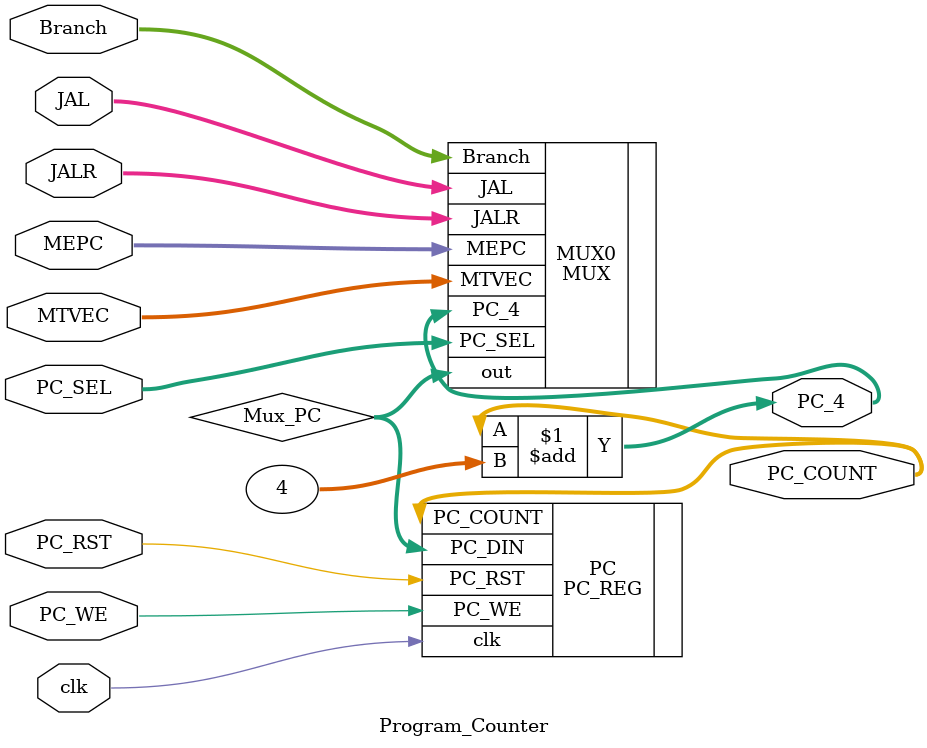
<source format=sv>
`timescale 1ns / 1ps


module Program_Counter(          
    input [31:0] JALR,
    input [31:0] Branch,
    input [31:0] JAL,
    input [31:0] MTVEC,
    input [31:0] MEPC,
    input [2:0] PC_SEL,
    input PC_RST,
    input PC_WE,
    input clk, 
    output logic [31:0] PC_4,        //This is the PC + 4 input for the mux and the output for the top level module
    output logic [31:0] PC_COUNT);
    
    logic [31:0] Mux_PC;
    assign PC_4 = PC_COUNT + 4;
    
    PC_REG PC (.PC_DIN(Mux_PC), .PC_RST(PC_RST), .PC_WE(PC_WE), .clk(clk), .PC_COUNT(PC_COUNT));
    
    MUX MUX0 (.PC_4(PC_4), .JALR(JALR), .Branch(Branch), .JAL(JAL), .MTVEC(MTVEC), .MEPC(MEPC), .PC_SEL(PC_SEL), .out(Mux_PC));
    
    
    
endmodule

</source>
